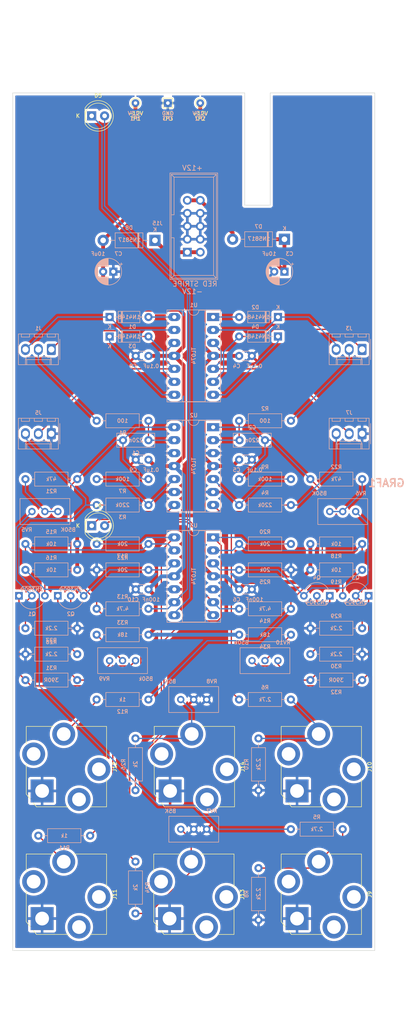
<source format=kicad_pcb>
(kicad_pcb (version 20211014) (generator pcbnew)
  (layers (0 "F.Cu" signal) (31 "B.Cu" signal) (34 "B.Paste" user) (35 "F.Paste" user) (36 "B.SilkS" user "B.Silkscreen") (37 "F.SilkS" user "F.Silkscreen") (38 "B.Mask" user) (39 "F.Mask" user) (44 "Edge.Cuts" user))
  (net 0 "")
  (net 1 "GND")
  (net 2 "+12V")
  (net 3 "-12V")
  (net 4 "/+12_IN")
  (net 5 "/-12_IN")
  (net 6 "Net-(C1-Pad2)")
  (net 7 "Net-(C1-Pad1)")
  (net 8 "Net-(D1-Pad2)")
  (net 9 "Net-(C2-Pad1)")
  (net 10 "Net-(C2-Pad2)")
  (net 11 "Net-(D3-Pad1)")
  (net 12 "Net-(Q1-Pad1)")
  (net 13 "Net-(Q1-Pad3)")
  (net 14 "Net-(Q1-Pad2)")
  (net 15 "SHPOTCW")
  (net 16 "SHPOTCCW")
  (net 17 "Net-(D4-Pad1)")
  (net 18 "Net-(R17-Pad1)")
  (net 19 "/SQPULSE")
  (net 20 "/TRIRAMP")
  (net 21 "/SINE")
  (net 22 "Net-(D2-Pad2)")
  (net 23 "SHPOTW")
  (net 24 "FRPOTW")
  (net 25 "FRPOTCW")
  (net 26 "Net-(Q2-Pad2)")
  (net 27 "Net-(Q2-Pad3)")
  (net 28 "Net-(Q2-Pad1)")
  (net 29 "Net-(Q3-Pad2)")
  (net 30 "Net-(Q3-Pad3)")
  (net 31 "Net-(Q3-Pad1)")
  (net 32 "Net-(Q4-Pad2)")
  (net 33 "Net-(Q4-Pad3)")
  (net 34 "Net-(Q4-Pad1)")
  (net 35 "Net-(R3-Pad2)")
  (net 36 "Net-(R4-Pad2)")
  (net 37 "Net-(R20-Pad1)")
  (net 38 "/SINE_ROUND")
  (net 39 "/SINE_SYM")
  (net 40 "Net-(D5-Pad1)")
  (net 41 "Net-(D5-Pad2)")
  (net 42 "Net-(D6-Pad1)")
  (net 43 "Net-(D6-Pad2)")
  (net 44 "SHPOTCW_A")
  (net 45 "SHPOTCCW_A")
  (net 46 "SHPOTW_A")
  (net 47 "FRPOTW_A")
  (net 48 "FRPOTCW_A")
  (net 49 "/SQPULSE_A")
  (net 50 "/TRIRAMP_A")
  (net 51 "/SINE_A")
  (net 52 "/SINE_ROUND_A")
  (net 53 "/SINE_SYM_A")
  (footprint "ao_tht:LED_D5.0mm" (layer "F.Cu") (at 79.985 117.785)
    (fp_text reference "D6")
    (fp_text value "LED_Dual_2pin")
  )
  (footprint "ao_tht:LED_D5.0mm" (layer "F.Cu") (at 79.975 37.5)
    (fp_text reference "D5")
    (fp_text value "LED_Dual_2pin")
  )
  (footprint "ao_tht:Jack_6.35mm_PJ_629HAN" (layer "F.Cu") (at 100.1 165 -90)
    (fp_text reference "J14")
    (fp_text value "AudioJack2")
  )
  (footprint "ao_tht:Jack_6.35mm_PJ_629HAN" (layer "F.Cu") (at 125 165 -90)
    (fp_text reference "J10")
    (fp_text value "AudioJack2")
  )
  (footprint "ao_tht:Jack_6.35mm_PJ_629HAN" (layer "F.Cu") (at 75 190 -90)
    (fp_text reference "J11")
    (fp_text value "AudioJack2")
  )
  (footprint "ao_tht:TestPoint_THTPad_D1.5mm_Drill0.7mm" (layer "F.Cu") (at 101.27 34.99 180)
    (fp_text reference "TP2")
    (fp_text value "+12V")
  )
  (footprint "ao_tht:TestPoint_THTPad_D1.5mm_Drill0.7mm" (layer "F.Cu") (at 88.57 34.99 180)
    (fp_text reference "TP1")
    (fp_text value "-12V")
  )
  (footprint "ao_tht:TestPoint_THTPad_1.5x1.5mm_Drill0.7mm" (layer "F.Cu") (at 94.92 34.99 180)
    (fp_text reference "TP3")
    (fp_text value "GND")
  )
  (footprint "ao_tht:Jack_6.35mm_PJ_629HAN" (layer "F.Cu") (at 75 165 -90)
    (fp_text reference "J12")
    (fp_text value "AudioJack2")
  )
  (footprint "kdlfo:kdlfo_panel_holes" (layer "F.Cu") (at 100 115)
    (fp_text reference "GRAF1")
    (fp_text value "Holes" hide)
  )
  (footprint "ao_tht:Jack_6.35mm_PJ_629HAN" (layer "F.Cu") (at 100 190 -90)
    (fp_text reference "J13")
    (fp_text value "AudioJack2")
  )
  (footprint "ao_tht:Jack_6.35mm_PJ_629HAN" (layer "F.Cu") (at 125 190 -90)
    (fp_text reference "J9")
    (fp_text value "AudioJack2")
  )
  (footprint "ao_tht:R_Axial_DIN0207_L6.3mm_D2.5mm_P10.16mm_Horizontal" (layer "B.Cu") (at 122.87 126.435)
    (fp_text reference "R19")
    (fp_text value "10k")
  )
  (footprint "ao_tht:Molex_KK-254_AE-6410-03A_1x03_P2.54mm_Vertical" (layer "B.Cu") (at 72.07 99.765 180)
    (fp_text reference "J5")
    (fp_text value "3_pin_Molex_header")
  )
  (footprint "ao_tht:Potentiometer_Bourns_3296W_Vertical_standard" (layer "B.Cu") (at 97.45 151.83 180)
    (fp_text reference "RV8")
    (fp_text value "B5K")
  )
  (footprint "ao_tht:R_Axial_DIN0207_L6.3mm_D2.5mm_P10.16mm_Horizontal" (layer "B.Cu") (at 119.06 97.225 180)
    (fp_text reference "R2")
    (fp_text value "100")
  )
  (footprint "ao_tht:R_Axial_DIN0207_L6.3mm_D2.5mm_P10.16mm_Horizontal" (layer "B.Cu") (at 119.06 108.655 180)
    (fp_text reference "R9")
    (fp_text value "100k")
  )
  (footprint "ao_tht:R_Axial_DIN0207_L6.3mm_D2.5mm_P10.16mm_Horizontal" (layer "B.Cu") (at 129.21 177.23 180)
    (fp_text reference "R5")
    (fp_text value "2.7k")
  )
  (footprint "ao_tht:R_Axial_DIN0207_L6.3mm_D2.5mm_P10.16mm_Horizontal" (layer "B.Cu") (at 91.12 126.435 180)
    (fp_text reference "R23")
    (fp_text value "20k")
  )
  (footprint "ao_tht:R_Axial_DIN0207_L6.3mm_D2.5mm_P10.16mm_Horizontal" (layer "B.Cu") (at 80.96 113.735)
    (fp_text reference "R3")
    (fp_text value "220k")
  )
  (footprint "ao_tht:TO-92_Inline_Wide" (layer "B.Cu") (at 126.68 131.515 180)
    (fp_text reference "Q4")
    (fp_text value "2N3904")
  )
  (footprint "ao_tht:D_DO-41_SOD81_P10.16mm_Horizontal" (layer "B.Cu") (at 92.39 61.885 180)
    (fp_text reference "D8")
    (fp_text value "1N5817")
  )
  (footprint "ao_tht:R_Axial_DIN0207_L6.3mm_D2.5mm_P10.16mm_Horizontal" (layer "B.Cu") (at 108.9 139.135)
    (fp_text reference "R34")
    (fp_text value "18k")
  )
  (footprint "ao_tht:TO-92_Inline_Wide" (layer "B.Cu") (at 65.72 131.515)
    (fp_text reference "Q1")
    (fp_text value "2N3904")
  )
  (footprint "ao_tht:C_Disc_D3.0mm_W1.6mm_P2.50mm" (layer "B.Cu") (at 88.62 84.525)
    (fp_text reference "C8")
    (fp_text value "0.1uF")
  )
  (footprint "ao_tht:R_Axial_DIN0207_L6.3mm_D2.5mm_P10.16mm_Horizontal" (layer "B.Cu") (at 80.96 108.655)
    (fp_text reference "R7")
    (fp_text value "100k")
  )
  (footprint "ao_tht:Potentiometer_Bourns_3296W_Vertical_standard" (layer "B.Cu") (at 126.68 115.005 180)
    (fp_text reference "RV6")
    (fp_text value "B50K")
  )
  (footprint "ao_tht:C_Rect_L7.2mm_W2.5mm_P5.00mm_FKS2_FKP2_MKS2_MKP2" (layer "B.Cu") (at 86.12 101.035)
    (fp_text reference "C1")
    (fp_text value "220n")
  )
  (footprint "ao_tht:R_Axial_DIN0207_L6.3mm_D2.5mm_P10.16mm_Horizontal" (layer "B.Cu") (at 108.9 134.055)
    (fp_text reference "R14")
    (fp_text value "4.7k")
  )
  (footprint "ao_tht:Potentiometer_Bourns_3296W_Vertical_standard" (layer "B.Cu") (at 88.58 144.215)
    (fp_text reference "RV9")
    (fp_text value "B50k")
  )
  (footprint "ao_tht:R_Axial_DIN0207_L6.3mm_D2.5mm_P10.16mm_Horizontal" (layer "B.Cu") (at 66.99 137.865)
    (fp_text reference "R27")
    (fp_text value "2.2k")
  )
  (footprint "ao_tht:C_Disc_D3.0mm_W1.6mm_P2.50mm" (layer "B.Cu") (at 108.9 104.845)
    (fp_text reference "C5")
    (fp_text value "0.1uF")
  )
  (footprint "ao_tht:DIP-14_W7.62mm_Socket_LongPads" (layer "B.Cu") (at 103.81 76.9 180)
    (fp_text reference "U1")
    (fp_text value "TL074")
  )
  (footprint "ao_tht:CP_Radial_D5.0mm_P2.00mm" (layer "B.Cu") (at 117.79 68.015 180)
    (fp_text reference "C3")
    (fp_text value "10uF")
  )
  (footprint "ao_tht:Potentiometer_Bourns_3296W_Vertical_standard" (layer "B.Cu") (at 111.43 144.215 180)
    (fp_text reference "RV10")
    (fp_text value "B50k")
  )
  (footprint "ao_tht:CP_Radial_D5.0mm_P2.00mm" (layer "B.Cu") (at 84.23 68.015 180)
    (fp_text reference "C7")
    (fp_text value "10uF")
  )
  (footprint "ao_tht:R_Axial_DIN0207_L6.3mm_D2.5mm_P10.16mm_Horizontal" (layer "B.Cu") (at 119.06 113.735 180)
    (fp_text reference "R4")
    (fp_text value "220k")
  )
  (footprint "ao_tht:R_Axial_DIN0207_L6.3mm_D2.5mm_P10.16mm_Horizontal" (layer "B.Cu") (at 108.9 126.435)
    (fp_text reference "R25")
    (fp_text value "20k")
  )
  (footprint "ao_tht:TO-92_Inline_Wide" (layer "B.Cu") (at 134.3 131.515 180)
    (fp_text reference "Q3")
    (fp_text value "2N3904")
  )
  (footprint "ao_tht:DIP-14_W7.62mm_Socket_LongPads" (layer "B.Cu") (at 103.81 98.49 180)
    (fp_text reference "U2")
    (fp_text value "TL074")
  )
  (footprint "ao_tht:C_Disc_D3.0mm_W1.6mm_P2.50mm" (layer "B.Cu") (at 108.9 130.245)
    (fp_text reference "C6")
    (fp_text value "100nF")
  )
  (footprint "ao_tht:C_Rect_L7.2mm_W2.5mm_P5.00mm_FKS2_FKP2_MKS2_MKP2" (layer "B.Cu") (at 113.98 101.035 180)
    (fp_text reference "C2")
    (fp_text value "220n")
  )
  (footprint "ao_tht:D_DO-35_SOD27_P7.62mm_Horizontal" (layer "B.Cu") (at 116.52 80.715 180)
    (fp_text reference "D4")
    (fp_text value "1N4148")
  )
  (footprint "ao_tht:R_Axial_DIN0207_L6.3mm_D2.5mm_P10.16mm_Horizontal" (layer "B.Cu") (at 91.12 134.055 180)
    (fp_text reference "R13")
    (fp_text value "4.7k")
  )
  (footprint "ao_tht:R_Axial_DIN0207_L6.3mm_D2.5mm_P10.16mm_Horizontal" (layer "B.Cu") (at 88.57 159.45 -90)
    (fp_text reference "R26")
    (fp_text value "2k")
  )
  (footprint "ao_tht:Molex_KK-254_AE-6410-03A_1x03_P2.54mm_Vertical" (layer "B.Cu") (at 133.02 83.25 180)
    (fp_text reference "J3")
    (fp_text value "3_pin_Molex_header")
  )
  (footprint "ao_tht:Power_Header" (layer "B.Cu") (at 98.74 64.205)
    (fp_text reference "J15")
    (fp_text value "Synth_power_2x5")
  )
  (footprint "ao_tht:R_Axial_DIN0207_L6.3mm_D2.5mm_P10.16mm_Horizontal" (layer "B.Cu") (at 122.87 121.355)
    (fp_text reference "R18")
    (fp_text value "10k")
  )
  (footprint "ao_tht:Molex_KK-254_AE-6410-03A_1x03_P2.54mm_Vertical" (layer "B.Cu") (at 133.02 99.76 180)
    (fp_text reference "J7")
    (fp_text value "3_pin_Molex_header")
  )
  (footprint "ao_tht:C_Disc_D3.0mm_W1.6mm_P2.50mm" (layer "B.Cu") (at 88.62 130.245)
    (fp_text reference "C10")
    (fp_text value "100nF")
  )
  (footprint "ao_tht:D_DO-35_SOD27_P7.62mm_Horizontal" (layer "B.Cu") (at 116.52 76.905 180)
    (fp_text reference "D2")
    (fp_text value "1N4148")
  )
  (footprint "ao_tht:D_DO-41_SOD81_P10.16mm_Horizontal" (layer "B.Cu") (at 117.79 61.665 180)
    (fp_text reference "D7")
    (fp_text value "1N5817")
  )
  (footprint "ao_tht:R_Axial_DIN0207_L6.3mm_D2.5mm_P10.16mm_Horizontal" (layer "B.Cu") (at 77.15 126.435 180)
    (fp_text reference "R16")
    (fp_text value "10k")
  )
  (footprint "ao_tht:R_Axial_DIN0207_L6.3mm_D2.5mm_P10.16mm_Horizontal" (layer "B.Cu") (at 80.96 121.355)
    (fp_text reference "R17")
    (fp_text value "20k")
  )
  (footprint "ao_tht:R_Axial_DIN0207_L6.3mm_D2.5mm_P10.16mm_Horizontal" (layer "B.Cu") (at 77.15 148.025 180)
    (fp_text reference "R31")
    (fp_text value "390R")
  )
  (footprint "ao_tht:R_Axial_DIN0207_L6.3mm_D2.5mm_P10.16mm_Horizontal" (layer "B.Cu") (at 69.52 178.5)
    (fp_text reference "R11")
    (fp_text value "1k")
  )
  (footprint "ao_tht:R_Axial_DIN0207_L6.3mm_D2.5mm_P10.16mm_Horizontal" (layer "B.Cu") (at 122.87 142.945)
    (fp_text reference "R30")
    (fp_text value "2.2k")
  )
  (footprint "ao_tht:C_Disc_D3.0mm_W1.6mm_P2.50mm" (layer "B.Cu") (at 108.9 84.525)
    (fp_text reference "C4")
    (fp_text value "0.1uF")
  )
  (footprint "ao_tht:R_Axial_DIN0207_L6.3mm_D2.5mm_P10.16mm_Horizontal" (layer "B.Cu") (at 133.03 137.865 180)
    (fp_text reference "R29")
    (fp_text value "2.2k")
  )
  (footprint "ao_tht:DIP-14_W7.62mm_Socket_LongPads" (layer "B.Cu") (at 103.81 120.08 180)
    (fp_text reference "U3")
    (fp_text value "TL074")
  )
  (footprint "ao_tht:R_Axial_DIN0207_L6.3mm_D2.5mm_P10.16mm_Horizontal" (layer "B.Cu") (at 112.7 184.85 -90)
    (fp_text reference "R8")
    (fp_text value "2.2k")
  )
  (footprint "ao_tht:R_Axial_DIN0207_L6.3mm_D2.5mm_P10.16mm_Horizontal" (layer "B.Cu") (at 133.03 108.655 180)
    (fp_text reference "R22")
    (fp_text value "47k")
  )
  (footprint "ao_tht:Potentiometer_Bourns_3296W_Vertical_standard" (layer "B.Cu") (at 97.46 177.23 180)
    (fp_text reference "RV7")
    (fp_text value "B5K")
  )
  (footprint "ao_tht:R_Axial_DIN0207_L6.3mm_D2.5mm_P10.16mm_Horizontal" (layer "B.Cu") (at 122.87 148.025)
    (fp_text reference "R32")
    (fp_text value "390R")
  )
  (footprint "ao_tht:Molex_KK-254_AE-6410-03A_1x03_P2.54mm_Vertical" (layer "B.Cu") (at 72.07 83.255 180)
    (fp_text reference "J1")
    (fp_text value "3_pin_Molex_header")
  )
  (footprint "ao_tht:D_DO-35_SOD27_P7.62mm_Horizontal" (layer "B.Cu") (at 83.5 76.905)
    (fp_text reference "D1")
    (fp_text value "1N4148")
  )
  (footprint "ao_tht:R_Axial_DIN0207_L6.3mm_D2.5mm_P10.16mm_Horizontal" (layer "B.Cu") (at 112.7 159.45 -90)
    (fp_text reference "R10")
    (fp_text value "2.2k")
  )
  (footprint "ao_tht:R_Axial_DIN0207_L6.3mm_D2.5mm_P10.16mm_Horizontal" (layer "B.Cu") (at 119.06 121.355 180)
    (fp_text reference "R20")
    (fp_text value "20k")
  )
  (footprint "ao_tht:R_Axial_DIN0207_L6.3mm_D2.5mm_P10.16mm_Horizontal" (layer "B.Cu") (at 80.96 97.225)
    (fp_text reference "R1")
    (fp_text value "100")
  )
  (footprint "ao_tht:D_DO-35_SOD27_P7.62mm_Horizontal" (layer "B.Cu") (at 83.5 80.715)
    (fp_text reference "D3")
    (fp_text value "1N4148")
  )
  (footprint "ao_tht:R_Axial_DIN0207_L6.3mm_D2.5mm_P10.16mm_Horizontal" (layer "B.Cu") (at 77.15 121.355 180)
    (fp_text reference "R15")
    (fp_text value "10k")
  )
  (footprint "ao_tht:R_Axial_DIN0207_L6.3mm_D2.5mm_P10.16mm_Horizontal" (layer "B.Cu") (at 91.12 139.135 180)
    (fp_text reference "R33")
    (fp_text value "18k")
  )
  (footprint "ao_tht:TO-92_Inline_Wide" (layer "B.Cu") (at 73.34 131.515)
    (fp_text reference "Q2")
    (fp_text value "2N3904")
  )
  (footprint "ao_tht:R_Axial_DIN0207_L6.3mm_D2.5mm_P10.16mm_Horizontal" (layer "B.Cu") (at 119.05 151.83 180)
    (fp_text reference "R6")
    (fp_text value "2.7k")
  )
  (footprint "ao_tht:R_Axial_DIN0207_L6.3mm_D2.5mm_P10.16mm_Horizontal" (layer "B.Cu") (at 80.95 151.83)
    (fp_text reference "R12")
    (fp_text value "1k")
  )
  (footprint "ao_tht:Potentiometer_Bourns_3296W_Vertical_standard" (layer "B.Cu") (at 73.35 115.005)
    (fp_text reference "RV5")
    (fp_text value "B50K")
  )
  (footprint "ao_tht:R_Axial_DIN0207_L6.3mm_D2.5mm_P10.16mm_Horizontal" (layer "B.Cu") (at 66.99 108.655)
    (fp_text reference "R21")
    (fp_text value "47k")
  )
  (footprint "ao_tht:C_Disc_D3.0mm_W1.6mm_P2.50mm" (layer "B.Cu") (at 88.62 104.845)
    (fp_text reference "C9")
    (fp_text value "0.1uF")
  )
  (footprint "ao_tht:R_Axial_DIN0207_L6.3mm_D2.5mm_P10.16mm_Horizontal" (layer "B.Cu") (at 88.57 193.74 90)
    (fp_text reference "R24")
    (fp_text value "2k")
  )
  (footprint "ao_tht:R_Axial_DIN0207_L6.3mm_D2.5mm_P10.16mm_Horizontal" (layer "B.Cu") (at 77.15 142.945 180)
    (fp_text reference "R28")
    (fp_text value "2.2k")
  )
  (gr_line (start 64.5 33) (end 110 33) (layer "Edge.Cuts") (width 0.1))
  (gr_line (start 64.5 201) (end 64.5 33) (layer "Edge.Cuts") (width 0.1))
  (gr_line (start 115 55) (end 115 33) (layer "Edge.Cuts") (width 0.1))
  (gr_line (start 135.5 201) (end 64.5 201) (layer "Edge.Cuts") (width 0.1))
  (gr_line (start 115 33) (end 135.5 33) (layer "Edge.Cuts") (width 0.1))
  (gr_line (start 110 55) (end 115 55) (layer "Edge.Cuts") (width 0.1))
  (gr_line (start 135.5 33) (end 135.5 201) (layer "Edge.Cuts") (width 0.1))
  (gr_line (start 110 33) (end 110 55) (layer "Edge.Cuts") (width 0.1))
  (segment (start 117.79 68.015) (end 117.79 68.000436) (width 0.75) (layer "F.Cu") (net 2))
  (segment (start 101.98548 117.47452) (end 101.98548 125.87548) (width 0.75) (layer "F.Cu") (net 2))
  (segment (start 117.79 61.665) (end 117.79 68.015) (width 0.75) (layer "F.Cu") (net 2))
  (segment (start 101.27 50.23) (end 101.27 34.99) (width 0.75) (layer "F.Cu") (net 2))
  (segment (start 103.81 84.52) (end 101.98548 86.34452) (width 0.75) (layer "F.Cu") (net 2))
  (segment (start 122.87 126.435) (end 122.87 121.355) (width 0.75) (layer "F.Cu") (net 2))
  (segment (start 101.98548 82.69548) (end 103.81 84.52) (width 0.75) (layer "F.Cu") (net 2))
  (segment (start 110.324511 128.820489) (end 108.9 130.245) (width 0.75) (layer "F.Cu") (net 2))
  (segment (start 108.895 84.52) (end 108.9 84.525) (width 0.75) (layer "F.Cu") (net 2))
  (segment (start 103.81 106.11) (end 107.635 106.11) (width 0.75) (layer "F.Cu") (net 2))
  (segment (start 77.15 117.570978) (end 78.953978 115.767) (width 0.75) (layer "F.Cu") (net 2))
  (segment (start 101.98548 104.28548) (end 103.81 106.11) (width 0.75) (layer "F.Cu") (net 2))
  (segment (start 101.98548 107.93452) (end 101.98548 115.06152) (width 0.75) (layer "F.Cu") (net 2))
  (segment (start 101.98548 86.34452) (end 101.98548 104.28548) (width 0.75) (layer "F.Cu") (net 2))
  (segment (start 77.15 126.435) (end 77.15 122.625) (width 0.75) (layer "F.Cu") (net 2))
  (segment (start 120.484511 128.820489) (end 110.324511 128.820489) (width 0.75) (layer "F.Cu") (net 2))
  (segment (start 107.635 106.11) (end 108.9 104.845) (width 0.75) (layer "F.Cu") (net 2))
  (segment (start 112.705 61.665) (end 101.27 50.23) (width 0.75) (layer "F.Cu") (net 2))
  (segment (start 101.28 115.767) (end 101.98548 115.06152) (width 0.75) (layer "F.Cu") (net 2))
  (segment (start 103.81 106.11) (end 101.98548 107.93452) (width 0.75) (layer "F.Cu") (net 2))
  (segment (start 110.870489 66.590489) (end 101.98548 75.475498) (width 0.75) (layer "F.Cu") (net 2))
  (segment (start 103.81 84.52) (end 108.895 84.52) (width 0.75) (layer "F.Cu") (net 2))
  (segment (start 117.79 68.000436) (end 116.380053 66.590489) (width 0.75) (layer "F.Cu") (net 2))
  (segment (start 101.98548 116.98048) (end 101.98548 117.47452) (width 0.75) (layer "F.Cu") (net 2))
  (segment (start 122.87 126.435) (end 120.484511 128.820489) (width 0.75) (layer "F.Cu") (net 2))
  (segment (start 101.98548 125.87548) (end 103.81 127.7) (width 0.75) (layer "F.Cu") (net 2))
  (segment (start 117.79 61.665) (end 112.705 61.665) (width 0.75) (layer "F.Cu") (net 2))
  (segment (start 77.15 122.625) (end 77.15 117.570978) (width 0.75) (layer "F.Cu") (net 2))
  (segment (start 101.98548 115.06152) (end 101.98548 116.98048) (width 0.75) (layer "F.Cu") (net 2))
  (segment (start 116.380053 66.590489) (end 110.870489 66.590489) (width 0.75) (layer "F.Cu") (net 2))
  (segment (start 78.953978 115.767) (end 101.28 115.767) (width 0.75) (layer "F.Cu") (net 2))
  (segment (start 101.98548 75.475498) (end 101.98548 82.69548) (width 0.75) (layer "F.Cu") (net 2))
  (segment (start 103.81 127.7) (end 106.355 127.7) (width 0.75) (layer "B.Cu") (net 2))
  (segment (start 106.355 127.7) (end 108.9 130.245) (width 0.75) (layer "B.Cu") (net 2))
  (segment (start 97.180055 75.47548) (end 98.01452 76.309945) (width 0.75) (layer "F.Cu") (net 3))
  (segment (start 82.23 61.885) (end 88.57 55.545) (width 0.75) (layer "F.Cu") (net 3))
  (segment (start 98.01452 86.34452) (end 98.01452 104.28548) (width 0.75) (layer "F.Cu") (net 3))
  (segment (start 91.125 84.52) (end 91.12 84.525) (width 0.75) (layer "F.Cu") (net 3))
  (segment (start 98.01452 76.309945) (end 98.01452 82.69548) (width 0.75) (layer "F.Cu") (net 3))
  (segment (start 88.57 55.545) (end 88.57 34.99) (width 0.75) (layer "F.Cu") (net 3))
  (segment (start 96.19 106.11) (end 92.385 106.11) (width 0.75) (layer "F.Cu") (net 3))
  (segment (start 92.544511 137.710489) (end 92.544511 131.669511) (width 0.75) (layer "F.Cu") (net 3))
  (segment (start 98.01452 104.28548) (end 96.19 106.11) (width 0.75) (layer "F.Cu") (net 3))
  (segment (start 98.01452 82.69548) (end 96.19 84.52) (width 0.75) (layer "F.Cu") (net 3))
  (segment (start 82.23 68.015) (end 82.23 69.14637) (width 0.75) (layer "F.Cu") (net 3))
  (segment (start 88.55911 75.47548) (end 97.180055 75.47548) (width 0.75) (layer "F.Cu") (net 3))
  (segment (start 82.23 69.14637) (end 88.55911 75.47548) (width 0.75) (layer "F.Cu") (net 3))
  (segment (start 96.19 84.52) (end 91.125 84.52) (width 0.75) (layer "F.Cu") (net 3))
  (segment (start 92.385 106.11) (end 91.12 104.845) (width 0.75) (layer "F.Cu") (net 3))
  (segment (start 92.544511 131.669511) (end 91.12 130.245) (width 0.75) (layer "F.Cu") (net 3))
  (segment (start 96.19 84.52) (end 98.01452 86.34452) (width 0.75) (layer "F.Cu") (net 3))
  (segment (start 91.12 139.135) (end 92.544511 137.710489) (width 0.75) (layer "F.Cu") (net 3))
  (segment (start 82.23 61.885) (end 82.23 68.015) (width 0.75) (layer "F.Cu") (net 3))
  (segment (start 98.01452 125.87548) (end 96.19 127.7) (width 0.75) (layer "B.Cu") (net 3))
  (segment (start 91.12 139.135) (end 108.9 139.135) (width 0.75) (layer "B.Cu") (net 3))
  (segment (start 98.01452 107.93452) (end 98.01452 125.87548) (width 0.75) (layer "B.Cu") (net 3))
  (segment (start 93.665 127.7) (end 91.12 130.245) (width 0.75) (layer "B.Cu") (net 3))
  (segment (start 96.19 127.7) (end 93.665 127.7) (width 0.75) (layer "B.Cu") (net 3))
  (segment (start 96.19 106.11) (end 98.01452 107.93452) (width 0.75) (layer "B.Cu") (net 3))
  (segment (start 107.63 60.395) (end 107.63 61.665) (width 0.75) (layer "F.Cu") (net 4))
  (segment (start 101.28 54.045) (end 107.63 60.395) (width 0.75) (layer "F.Cu") (net 4))
  (segment (start 98.74 54.045) (end 101.28 54.045) (width 0.75) (layer "F.Cu") (net 4))
  (segment (start 94.71 64.205) (end 92.39 61.885) (width 0.75) (layer "F.Cu") (net 5))
  (segment (start 101.28 64.205) (end 98.74 64.205) (width 0.75) (layer "F.Cu") (net 5))
  (segment (start 98.74 64.205) (end 94.71 64.205) (width 0.75) (layer "F.Cu") (net 5))
  (segment (start 91.12 97.225) (end 91.12 101.035) (width 0.25) (layer "F.Cu") (net 6))
  (segment (start 91.12 101.035) (end 96.185 101.035) (width 0.25) (layer "B.Cu") (net 6))
  (segment (start 96.185 101.035) (end 96.19 101.03) (width 0.25) (layer "B.Cu") (net 6))
  (segment (start 75.88 127.455411) (end 80.96 132.535411) (width 0.25) (layer "F.Cu") (net 7))
  (segment (start 89.624511 142.719511) (end 89.624511 148.485558) (width 0.25) (layer "F.Cu") (net 7))
  (segment (start 77.15 108.655) (end 75.88 109.925) (width 0.25) (layer "F.Cu") (net 7))
  (segment (start 80.96 132.535411) (end 80.96 134.055) (width 0.25) (layer "F.Cu") (net 7))
  (segment (start 84.125 153.985069) (end 84.125 174.055) (width 0.25) (layer "F.Cu") (net 7))
  (segment (start 80.96 134.055) (end 89.624511 142.719511) (width 0.25) (layer "F.Cu") (net 7))
  (segment (start 84.125 174.055) (end 79.68 178.5) (width 0.25) (layer "F.Cu") (net 7))
  (segment (start 75.88 109.925) (end 75.88 127.455411) (width 0.25) (layer "F.Cu") (net 7))
  (segment (start 89.624511 148.485558) (end 84.125 153.985069) (width 0.25) (layer "F.Cu") (net 7))
  (segment (start 89.98863 108.655) (end 91.12 108.655) (width 0.25) (layer "B.Cu") (net 7))
  (segment (start 88.665 98.49) (end 86.12 101.035) (width 0.25) (layer "B.Cu") (net 7))
  (segment (start 86.12 104.78637) (end 89.98863 108.655) (width 0.25) (layer "B.Cu") (net 7))
  (segment (start 96.19 98.49) (end 88.665 98.49) (width 0.25) (layer "B.Cu") (net 7))
  (segment (start 86.12 101.035) (end 84.77 101.035) (width 0.25) (layer "B.Cu") (net 7))
  (segment (start 84.77 101.035) (end 77.15 108.655) (width 0.25) (layer "B.Cu") (net 7))
  (segment (start 86.12 101.035) (end 86.12 104.78637) (width 0.25) (layer "B.Cu") (net 7))
  (segment (start 96.185 76.905) (end 96.19 76.9) (width 0.25) (layer "B.Cu") (net 8))
  (segment (start 91.12 76.905) (end 96.185 76.905) (width 0.25) (layer "B.Cu") (net 8))
  (segment (start 125.214511 110.999511) (end 125.214511 126.376489) (width 0.25) (layer "F.Cu") (net 9))
  (segment (start 119.06 132.531) (end 119.06 134.055) (width 0.25) (layer "F.Cu") (net 9))
  (segment (start 125.214511 126.376489) (end 119.06 132.531) (width 0.25) (layer "F.Cu") (net 9))
  (segment (start 122.87 108.655) (end 125.214511 110.999511) (width 0.25) (layer "F.Cu") (net 9))
  (segment (start 113.98 101.035) (end 115.25 101.035) (width 0.25) (layer "B.Cu") (net 9))
  (segment (start 109.1803 108.655) (end 108.9 108.655) (width 0.25) (layer "B.Cu") (net 9))
  (segment (start 112.805489 140.309511) (end 119.06 134.055) (width 0.25) (layer "B.Cu") (net 9))
  (segment (start 103.81 98.49) (end 111.435 98.49) (width 0.25) (layer "B.Cu") (net 9))
  (segment (start 113.98 101.035) (end 113.98 103.8553) (width 0.25) (layer "B.Cu") (net 9))
  (segment (start 115.25 101.035) (end 122.87 108.655) (width 0.25) (layer "B.Cu") (net 9))
  (segment (start 102.630489 140.309511) (end 112.805489 140.309511) (width 0.25) (layer "B.Cu") (net 9))
  (segment (start 91.11 151.83) (end 102.630489 140.309511) (width 0.25) (layer "B.Cu") (net 9))
  (segment (start 111.435 98.49) (end 113.98 101.035) (width 0.25) (layer "B.Cu") (net 9))
  (segment (start 113.98 103.8553) (end 109.1803 108.655) (width 0.25) (layer "B.Cu") (net 9))
  (segment (start 108.9 100.955) (end 108.98 101.035) (width 0.25) (layer "F.Cu") (net 10))
  (segment (start 108.9 97.225) (end 108.9 100.955) (width 0.25) (layer "F.Cu") (net 10))
  (segment (start 103.81 101.03) (end 108.975 101.03) (width 0.25) (layer "B.Cu") (net 10))
  (segment (start 108.975 101.03) (end 108.98 101.035) (width 0.25) (layer "B.Cu") (net 10))
  (segment (start 93.875 92.14) (end 96.19 92.14) (width 0.25) (layer "B.Cu") (net 11))
  (segment (start 83.5 81.765) (end 93.875 92.14) (width 0.25) (layer "B.Cu") (net 11))
  (segment (start 83.5 80.715) (end 83.5 81.765) (width 0.25) (layer "B.Cu") (net 11))
  (segment (start 65.72 146.755) (end 66.99 148.025) (width 0.25) (layer "F.Cu") (net 12))
  (segment (start 65.72 131.515) (end 65.72 146.755) (width 0.25) (layer "F.Cu") (net 12))
  (segment (start 87.535489 145.259511) (end 88.58 144.215) (width 0.25) (layer "F.Cu") (net 12))
  (segment (start 80.216489 149.149511) (end 84.106489 145.259511) (width 0.25) (layer "F.Cu") (net 12))
  (segment (start 68.114511 149.149511) (end 80.216489 149.149511) (width 0.25) (layer "F.Cu") (net 12))
  (segment (start 66.99 148.025) (end 68.114511 149.149511) (width 0.25) (layer "F.Cu") (net 12))
  (segment (start 84.106489 145.259511) (end 87.535489 145.259511) (width 0.25) (layer "F.Cu") (net 12))
  (segment (start 70.8 126.435) (end 70.8 131.515) (width 0.25) (layer "F.Cu") (net 13))
  (segment (start 66.99 121.355) (end 66.99 122.625) (width 0.25) (layer "F.Cu") (net 13))
  (segment (start 66.99 122.625) (end 70.8 126.435) (width 0.25) (layer "F.Cu") (net 13))
  (segment (start 68.164511 122.529511) (end 89.945489 122.529511) (width 0.25) (layer "B.Cu") (net 13))
  (segment (start 66.99 121.355) (end 68.164511 122.529511) (width 0.25) (layer "B.Cu") (net 13))
  (segment (start 94.925 121.355) (end 96.19 122.62) (width 0.25) (layer "B.Cu") (net 13))
  (segment (start 91.12 121.355) (end 94.925 121.355) (width 0.25) (layer "B.Cu") (net 13))
  (segment (start 89.945489 122.529511) (end 91.12 121.355) (width 0.25) (layer "B.Cu") (net 13))
  (segment (start 68.26 131.515) (end 66.99 132.785) (width 0.25) (layer "F.Cu") (net 14))
  (segment (start 66.99 132.785) (end 66.99 137.865) (width 0.25) (layer "F.Cu") (net 14))
  (segment (start 65.212 128.467) (end 68.26 131.515) (width 0.25) (layer "B.Cu") (net 14))
  (segment (start 65.212 118.063) (end 65.212 128.467) (width 0.25) (layer "B.Cu") (net 14))
  (segment (start 68.27 115.005) (end 65.212 118.063) (width 0.25) (layer "B.Cu") (net 14))
  (segment (start 86.035 79.44) (end 96.19 79.44) (width 0.25) (layer "B.Cu") (net 15))
  (segment (start 83.5 76.905) (end 86.035 79.44) (width 0.25) (layer "B.Cu") (net 15))
  (segment (start 66.99 83.255) (end 73.34 76.905) (width 0.25) (layer "B.Cu") (net 15))
  (segment (start 73.34 76.905) (end 83.5 76.905) (width 0.25) (layer "B.Cu") (net 15))
  (segment (start 84.788489 79.590489) (end 85.913 80.715) (width 0.25) (layer "F.Cu") (net 16))
  (segment (start 85.913 80.715) (end 91.12 80.715) (width 0.25) (layer "F.Cu") (net 16))
  (segment (start 75.734511 79.590489) (end 84.788489 79.590489) (width 0.25) (layer "F.Cu") (net 16))
  (segment (start 72.07 83.255) (end 75.734511 79.590489) (width 0.25) (layer "F.Cu") (net 16))
  (segment (start 91.12 80.715) (end 94.041 83.636) (width 0.25) (layer "B.Cu") (net 16))
  (segment (start 94.041 83.636) (end 94.041 87.451) (width 0.25) (layer "B.Cu") (net 16))
  (segment (start 94.041 87.451) (end 96.19 89.6) (width 0.25) (layer "B.Cu") (net 16))
  (segment (start 116.52 81.765) (end 106.145 92.14) (width 0.25) (layer "B.Cu") (net 17))
  (segment (start 106.145 92.14) (end 103.81 92.14) (width 0.25) (layer "B.Cu") (net 17))
  (segment (start 116.52 80.715) (end 116.52 81.765) (width 0.25) (layer "B.Cu") (net 17))
  (segment (start 96.19 120.08) (end 93.71849 122.55151) (width 0.25) (layer "F.Cu") (net 18))
  (segment (start 87.445489 182.455489) (end 88.57 183.58) (width 0.25) (layer "F.Cu") (net 18))
  (segment (start 93.65 158.273387) (end 87.445489 164.477898) (width 0.25) (layer "F.Cu") (net 18))
  (segment (start 87.445489 164.477898) (end 87.445489 182.455489) (width 0.25) (layer "F.Cu") (net 18))
  (segment (start 93.777 122.493) (end 93.65 122.62) (width 0.25) (layer "F.Cu") (net 18))
  (segment (start 93.65 122.62) (end 93.65 158.273387) (width 0.25) (layer "F.Cu") (net 18))
  (segment (start 90.739 120.085) (end 96.185 120.085) (width 0.25) (layer "B.Cu") (net 18))
  (segment (start 96.185 120.085) (end 96.19 120.08) (width 0.25) (layer "B.Cu") (net 18))
  (segment (start 89.469 121.355) (end 90.739 120.085) (width 0.25) (layer "B.Cu") (net 18))
  (segment (start 80.96 121.355) (end 89.469 121.355) (width 0.25) (layer "B.Cu") (net 18))
  (segment (start 123.25 184.85) (end 124.5 183.6) (width 0.25) (layer "F.Cu") (net 19))
  (segment (start 129.21 178.89) (end 129.21 177.23) (width 0.25) (layer "F.Cu") (net 19))
  (segment (start 124.5 183.6) (end 129.21 178.89) (width 0.25) (layer "F.Cu") (net 19))
  (segment (start 112.7 184.85) (end 123.25 184.85) (width 0.25) (layer "F.Cu") (net 19))
  (segment (start 74.5 183.48) (end 74.5 183.6) (width 0.25) (layer "F.Cu") (net 20))
  (segment (start 69.52 178.5) (end 74.5 183.48) (width 0.25) (layer "F.Cu") (net 20))
  (segment (start 99.5 185.477) (end 99.5 183.6) (width 0.25) (layer "F.Cu") (net 21))
  (segment (start 99.5 183.6) (end 99.5 179.27) (width 0.25) (layer "F.Cu") (net 21))
  (segment (start 99.5 179.27) (end 97.46 177.23) (width 0.25) (layer "F.Cu") (net 21))
  (segment (start 88.57 193.74) (end 91.237 193.74) (width 0.25) (layer "F.Cu") (net 21))
  (segment (start 91.237 193.74) (end 99.5 185.477) (width 0.25) (layer "F.Cu") (net 21))
  (segment (start 103.81 76.9) (end 108.895 76.9) (width 0.25) (layer "B.Cu") (net 22))
  (segment (start 108.895 76.9) (end 108.9 76.905) (width 0.25) (layer "B.Cu") (net 22))
  (segment (start 69.53 83.255) (end 69.53 85.795) (width 0.25) (layer "B.Cu") (net 23))
  (segment (start 69.53 85.795) (end 80.96 97.225) (width 0.25) (layer "B.Cu") (net 23))
  (segment (start 96.19 87.06) (end 82.235 87.06) (width 0.25) (layer "F.Cu") (net 24))
  (segment (start 82.235 87.06) (end 69.53 99.765) (width 0.25) (layer "F.Cu") (net 24))
  (segment (start 94.61548 85.48548) (end 96.19 87.06) (width 0.25) (layer "B.Cu") (net 24))
  (segment (start 94.61548 83.55452) (end 94.61548 85.48548) (width 0.25) (layer "B.Cu") (net 24))
  (segment (start 96.19 81.98) (end 94.61548 83.55452) (width 0.25) (layer "B.Cu") (net 24))
  (segment (start 94.915 115.005) (end 83.5 115.005) (width 0.25) (layer "F.Cu") (net 25))
  (segment (start 82.23 113.735) (end 80.96 113.735) (width 0.25) (layer "F.Cu") (net 25))
  (segment (start 96.19 113.73) (end 94.915 115.005) (width 0.25) (layer "F.Cu") (net 25))
  (segment (start 83.5 115.005) (end 82.23 113.735) (width 0.25) (layer "F.Cu") (net 25))
  (segment (start 67.752 116.402) (end 76.133 116.402) (width 0.25) (layer "B.Cu") (net 25))
  (segment (start 78.8 112.465) (end 78.8 113.735) (width 0.25) (layer "B.Cu") (net 25))
  (segment (start 69.647 131.129) (end 69.647 131.124) (width 0.25) (layer "B.Cu") (net 25))
  (segment (start 104.789091 177.23) (end 100.090091 172.531) (width 0.25) (layer "B.Cu") (net 25))
  (segment (start 80.96 113.735) (end 78.8 113.735) (width 0.25) (layer "B.Cu") (net 25))
  (segment (start 69.715489 149.165189) (end 69.715489 131.197489) (width 0.25) (layer "B.Cu") (net 25))
  (segment (start 100.090091 172.531) (end 93.0813 172.531) (width 0.25) (layer "B.Cu") (net 25))
  (segment (start 93.0813 172.531) (end 69.715489 149.165189) (width 0.25) (layer "B.Cu") (net 25))
  (segment (start 119.05 177.23) (end 104.789091 177.23) (width 0.25) (layer "B.Cu") (net 25))
  (segment (start 69.647 131.124) (end 65.72 127.197) (width 0.25) (layer "B.Cu") (net 25))
  (segment (start 66.99 99.765) (end 66.99 100.655) (width 0.25) (layer "B.Cu") (net 25))
  (segment (start 69.715489 131.197489) (end 69.647 131.129) (width 0.25) (layer "B.Cu") (net 25))
  (segment (start 66.99 100.655) (end 78.8 112.465) (width 0.25) (layer "B.Cu") (net 25))
  (segment (start 65.72 118.434) (end 67.752 116.402) (width 0.25) (layer "B.Cu") (net 25))
  (segment (start 76.133 116.402) (end 78.8 113.735) (width 0.25) (layer "B.Cu") (net 25))
  (segment (start 65.72 127.197) (end 65.72 118.434) (width 0.25) (layer "B.Cu") (net 25))
  (segment (start 75.88 141.675) (end 77.15 142.945) (width 0.25) (layer "F.Cu") (net 26))
  (segment (start 75.88 131.515) (end 75.88 141.675) (width 0.25) (layer "F.Cu") (net 26))
  (segment (start 77.15 130.245) (end 78.42 131.515) (width 0.25) (layer "B.Cu") (net 27))
  (segment (start 91.12 126.435) (end 94.915 126.435) (width 0.25) (layer "B.Cu") (net 27))
  (segment (start 66.99 126.435) (end 70.8 130.245) (width 0.25) (layer "B.Cu") (net 27))
  (segment (start 83.5 126.435) (end 91.12 126.435) (width 0.25) (layer "B.Cu") (net 27))
  (segment (start 94.915 126.435) (end 96.19 125.16) (width 0.25) (layer "B.Cu") (net 27))
  (segment (start 70.8 130.245) (end 77.15 130.245) (width 0.25) (layer "B.Cu") (net 27))
  (segment (start 78.42 131.515) (end 83.5 126.435) (width 0.25) (layer "B.Cu") (net 27))
  (segment (start 73.34 144.215) (end 77.15 148.025) (width 0.25) (layer "F.Cu") (net 28))
  (segment (start 77.15 148.025) (end 80.452 148.025) (width 0.25) (layer "F.Cu") (net 28))
  (segment (start 83.5 144.977) (end 83.5 144.215) (width 0.25) (layer "F.Cu") (net 28))
  (segment (start 80.452 148.025) (end 83.5 144.977) (width 0.25) (layer "F.Cu") (net 28))
  (segment (start 73.34 131.515) (end 73.34 144.215) (width 0.25) (layer "F.Cu") (net 28))
  (segment (start 133.03 132.785) (end 133.03 137.865) (width 0.25) (layer "F.Cu") (net 29))
  (segment (start 131.76 131.515) (end 133.03 132.785) (width 0.25) (layer "F.Cu") (net 29))
  (segment (start 134.154511 117.399511) (end 134.154511 129.120489) (width 0.25) (layer "B.Cu") (net 29))
  (segment (start 131.76 115.005) (end 134.154511 117.399511) (width 0.25) (layer "B.Cu") (net 29))
  (segment (start 134.154511 129.120489) (end 131.76 131.515) (width 0.25) (layer "B.Cu") (net 29))
  (segment (start 133.03 122.625) (end 129.22 126.435) (width 0.25) (layer "F.Cu") (net 30))
  (segment (start 133.03 121.355) (end 133.03 122.625) (width 0.25) (layer "F.Cu") (net 30))
  (segment (start 129.22 126.435) (end 129.22 131.515) (width 0.25) (layer "F.Cu") (net 30))
  (segment (start 110.17 122.625) (end 131.76 122.625) (width 0.25) (layer "B.Cu") (net 30))
  (segment (start 108.9 121.355) (end 110.17 122.625) (width 0.25) (layer "B.Cu") (net 30))
  (segment (start 131.76 122.625) (end 133.03 121.355) (width 0.25) (layer "B.Cu") (net 30))
  (segment (start 107.635 122.62) (end 108.9 121.355) (width 0.25) (layer "B.Cu") (net 30))
  (segment (start 103.81 122.62) (end 107.635 122.62) (width 0.25) (layer "B.Cu") (net 30))
  (segment (start 134.3 146.755) (end 133.03 148.025) (width 0.25) (layer "F.Cu") (net 31))
  (segment (start 134.3 131.515) (end 134.3 146.755) (width 0.25) (layer "F.Cu") (net 31))
  (segment (start 112.474511 145.259511) (end 115.786511 145.259511) (width 0.25) (layer "F.Cu") (net 31))
  (segment (start 131.905489 149.149511) (end 133.03 148.025) (width 0.25) (layer "F.Cu") (net 31))
  (segment (start 111.43 144.215) (end 112.474511 145.259511) (width 0.25) (layer "F.Cu") (net 31))
  (segment (start 115.786511 145.259511) (end 119.676511 149.149511) (width 0.25) (layer "F.Cu") (net 31))
  (segment (start 119.676511 149.149511) (end 131.905489 149.149511) (width 0.25) (layer "F.Cu") (net 31))
  (segment (start 124.14 131.515) (end 124.14 141.675) (width 0.25) (layer "F.Cu") (net 32))
  (segment (start 124.14 141.675) (end 122.87 142.945) (width 0.25) (layer "F.Cu") (net 32))
  (segment (start 133.03 126.435) (end 129.474 129.991) (width 0.25) (layer "B.Cu") (net 33))
  (segment (start 116.52 126.435) (end 121.6 131.515) (width 0.25) (layer "B.Cu") (net 33))
  (segment (start 129.474 129.991) (end 123.124 129.991) (width 0.25) (layer "B.Cu") (net 33))
  (segment (start 108.9 126.435) (end 116.52 126.435) (width 0.25) (layer "B.Cu") (net 33))
  (segment (start 108.9 126.435) (end 105.085 126.435) (width 0.25) (layer "B.Cu") (net 33))
  (segment (start 123.124 129.991) (end 121.6 131.515) (width 0.25) (layer "B.Cu") (net 33))
  (segment (start 105.085 126.435) (end 103.81 125.16) (width 0.25) (layer "B.Cu") (net 33))
  (segment (start 126.68 144.215) (end 122.87 148.025) (width 0.25) (layer "F.Cu") (net 34))
  (segment (start 116.51 144.215) (end 116.51 144.967) (width 0.25) (layer "F.Cu") (net 34))
  (segment (start 119.568 148.025) (end 122.87 148.025) (width 0.25) (layer "F.Cu") (net 34))
  (segment (start 116.51 144.967) (end 119.568 148.025) (width 0.25) (layer "F.Cu") (net 34))
  (segment (start 126.68 131.515) (end 126.68 144.215) (width 0.25) (layer "F.Cu") (net 34))
  (segment (start 91.105 113.72) (end 91.12 113.72) (width 0.25) (layer "B.Cu") (net 35))
  (segment (start 86.04 108.655) (end 91.105 113.72) (width 0.25) (layer "B.Cu") (net 35))
  (segment (start 91.12 113.72) (end 96.19 108.65) (width 0.25) (layer "B.Cu") (net 35))
  (segment (start 80.96 108.655) (end 86.04 108.655) (width 0.25) (layer "B.Cu") (net 35))
  (segment (start 113.98 108.655) (end 108.9 113.735) (width 0.25) (layer "B.Cu") (net 36))
  (segment (start 108.9 113.735) (end 108.895 113.735) (width 0.25) (layer "B.Cu") (net 36))
  (segment (start 119.06 108.655) (end 113.98 108.655) (width 0.25) (layer "B.Cu") (net 36))
  (segment (start 108.895 113.735) (end 103.81 108.65) (width 0.25) (layer "B.Cu") (net 36))
  (segment (start 105.38452 135.735791) (end 105.38452 121.65452) (width 0.25) (layer "F.Cu") (net 37))
  (segment (start 94.158 158.401091) (end 94.158 140.288) (width 0.25) (layer "F.Cu") (net 37))
  (segment (start 105.38452 121.65452) (end 103.81 120.08) (width 0.25) (layer "F.Cu") (net 37))
  (segment (start 104.675791 136.44452) (end 105.38452 135.735791) (width 0.25) (layer "F.Cu") (net 37))
  (segment (start 88.57 163.989091) (end 94.158 158.401091) (width 0.25) (layer "F.Cu") (net 37))
  (segment (start 98.00148 136.44452) (end 104.675791 136.44452) (width 0.25) (layer "F.Cu") (net 37))
  (segment (start 94.158 140.288) (end 98.00148 136.44452) (width 0.25) (layer "F.Cu") (net 37))
  (segment (start 88.57 169.61) (end 88.57 163.989091) (width 0.25) (layer "F.Cu") (net 37))
  (segment (start 109.276 120.08) (end 110.551 121.355) (width 0.25) (layer "B.Cu") (net 37))
  (segment (start 103.81 120.08) (end 109.276 120.08) (width 0.25) (layer "B.Cu") (net 37))
  (segment (start 110.551 121.355) (end 119.06 121.355) (width 0.25) (layer "B.Cu") (net 37))
  (segment (start 66.99 111.185) (end 70.81 115.005) (width 0.25) (layer "B.Cu") (net 38))
  (segment (start 66.99 108.655) (end 66.99 111.185) (width 0.25) (layer "B.Cu") (net 38))
  (segment (start 70.81 115.005) (end 73.35 115.005) (width 0.25) (layer "B.Cu") (net 38))
  (segment (start 86.04 144.215) (end 80.96 139.135) (width 0.25) (layer "F.Cu") (net 39))
  (segment (start 91.12 134.055) (end 94.915 134.055) (width 0.25) (layer "B.Cu") (net 40))
  (segment (start 96.19 132.78) (end 98.76404 130.20596) (width 0.25) (layer "B.Cu") (net 40))
  (segment (start 98.76404 130.20596) (end 98.76404 72.35704) (width 0.25) (layer "B.Cu") (net 40))
  (segment (start 82 55.593) (end 82 39.525) (width 0.25) (layer "B.Cu") (net 40))
  (segment (start 98.76404 72.35704) (end 82 55.593) (width 0.25) (layer "B.Cu") (net 40))
  (segment (start 94.915 134.055) (end 96.19 132.78) (width 0.25) (layer "B.Cu") (net 40))
  (segment (start 82 39.525) (end 79.975 37.5) (width 0.25) (layer "B.Cu") (net 40))
  (segment (start 99.213551 130.392153) (end 99.213551 71.842847) (width 0.25) (layer "B.Cu") (net 41))
  (segment (start 99.189511 130.416193) (end 99.213551 130.392153) (width 0.25) (layer "B.Cu") (net 41))
  (segment (start 96.19 135.32) (end 96.19 134.92) (width 0.25) (layer "B.Cu") (net 41))
  (segment (start 99.213551 71.842847) (end 82.515 55.144296) (width 0.25) (layer "B.Cu") (net 41))
  (segment (start 96.19 134.92) (end 99.189511 131.920489) (width 0.25) (layer "B.Cu") (net 41))
  (segment (start 99.189511 131.920489) (end 99.189511 130.416193) (width 0.25) (layer "B.Cu") (net 41))
  (segment (start 82.515 55.144296) (end 82.515 37.5) (width 0.25) (layer "B.Cu") (net 41))
  (segment (start 98.899193 116.560489) (end 101.153 118.814296) (width 0.25) (layer "F.Cu") (net 42))
  (segment (start 81.209511 116.560489) (end 98.899193 116.560489) (width 0.25) (layer "F.Cu") (net 42))
  (segment (start 101.153 130.123) (end 103.81 132.78) (width 0.25) (layer "F.Cu") (net 42))
  (segment (start 79.985 117.785) (end 81.209511 116.560489) (width 0.25) (layer "F.Cu") (net 42))
  (segment (start 101.153 118.814296) (end 101.153 130.123) (width 0.25) (layer "F.Cu") (net 42))
  (segment (start 108.9 134.055) (end 105.085 134.055) (width 0.25) (layer "B.Cu") (net 42))
  (segment (start 103.81 132.78) (end 104.577 132.78) (width 0.25) (layer "B.Cu") (net 42))
  (segment (start 105.085 134.055) (end 103.81 132.78) (width 0.25) (layer "B.Cu") (net 42))
  (segment (start 101.849352 133.359352) (end 103.81 135.32) (width 0.25) (layer "F.Cu") (net 43))
  (segment (start 98.74 117.037) (end 100.645 118.942) (width 0.25) (layer "F.Cu") (net 43))
  (segment (start 100.645 118.942) (end 100.645 130.774744) (width 0.25) (layer "F.Cu") (net 43))
  (segment (start 82.525 117.785) (end 83.273 117.037) (width 0.25) (layer "F.Cu") (net 43))
  (segment (start 100.645 130.774744) (end 101.849352 131.979096) (width 0.25) (layer "F.Cu") (net 43))
  (segment (start 83.273 117.037) (end 98.74 117.037) (width 0.25) (layer "F.Cu") (net 43))
  (segment (start 101.849352 131.979096) (end 101.849352 133.359352) (width 0.25) (layer "F.Cu") (net 43))
  (segment (start 113.985 79.44) (end 116.52 76.905) (width 0.25) (layer "B.Cu") (net 44))
  (segment (start 116.52 76.905) (end 122.5525 76.905) (width 0.25) (layer "B.Cu") (net 44))
  (segment (start 103.81 79.44) (end 113.985 79.44) (width 0.25) (layer "B.Cu") (net 44))
  (segment (start 122.5525 76.905) (end 127.94 82.2925) (width 0.25) (layer "B.Cu") (net 44))
  (segment (start 127.94 82.2925) (end 127.94 83.25) (width 0.25) (layer "B.Cu") (net 44))
  (segment (start 115.667978 79.318) (end 129.088 79.318) (width 0.25) (layer "F.Cu") (net 45))
  (segment (start 108.9 80.715) (end 114.270978 80.715) (width 0.25) (layer "F.Cu") (net 45))
  (segment (start 129.088 79.318) (end 133.02 83.25) (width 0.25) (layer "F.Cu") (net 45))
  (segment (start 114.270978 80.715) (end 115.667978 79.318) (width 0.25) (layer "F.Cu") (net 45))
  (segment (start 105.852 87.558) (end 103.81 89.6) (width 0.25) (layer "B.Cu") (net 45))
  (segment (start 108.9 80.715) (end 105.852 83.763) (width 0.25) (layer "B.Cu") (net 45))
  (segment (start 105.852 83.763) (end 105.852 87.558) (width 0.25) (layer "B.Cu") (net 45))
  (segment (start 119.06 97.225) (end 130.49 85.795) (width 0.25) (layer "B.Cu") (net 46))
  (segment (start 130.49 85.795) (end 130.49 83.235) (width 0.25) (layer "B.Cu") (net 46))
  (segment (start 130.49 99.745) (end 117.805 87.06) (width 0.25) (layer "F.Cu") (net 47))
  (segment (start 117.805 87.06) (end 103.81 87.06) (width 0.25) (layer "F.Cu") (net 47))
  (segment (start 105.38452 85.48548) (end 103.81 87.06) (width 0.25) (layer "B.Cu") (net 47))
  (segment (start 103.81 81.98) (end 105.38452 83.55452) (width 0.25) (layer "B.Cu") (net 47))
  (segment (start 105.38452 83.55452) (end 105.38452 85.48548) (width 0.25) (layer "B.Cu") (net 47))
  (segment (start 116.52 115.005) (end 117.79 113.735) (width 0.25) (layer "F.Cu") (net 48))
  (segment (start 105.085 115.005) (end 116.52 115.005) (width 0.25) (layer "F.Cu") (net 48))
  (segment (start 117.79 113.735) (end 119.06 113.735) (width 0.25) (layer "F.Cu") (net 48))
  (segment (start 103.81 113.73) (end 105.085 115.005) (width 0.25) (layer "F.Cu") (net 48))
  (segment (start 103.81 113.73) (end 107.376 117.296) (width 0.25) (layer "F.Cu") (net 48))
  (segment (start 107.376 150.316) (end 107.376 117.296) (width 0.25) (layer "F.Cu") (net 48))
  (segment (start 108.89 151.83) (end 107.376 150.316) (width 0.25) (layer "F.Cu") (net 48))
  (segment (start 120.39 113.735) (end 119.06 113.735) (width 0.25) (layer "B.Cu") (net 48))
  (segment (start 127.94 99.76) (end 127.94 106.185) (width 0.25) (layer "B.Cu") (net 48))
  (segment (start 127.94 106.185) (end 120.39 113.735) (width 0.25) (layer "B.Cu") (net 48))
  (segment (start 124.5 157.28) (end 119.05 151.83) (width 0.25) (layer "B.Cu") (net 49))
  (segment (start 124.5 158.6) (end 124.5 157.28) (width 0.25) (layer "B.Cu") (net 49))
  (segment (start 123.65 159.45) (end 124.5 158.6) (width 0.25) (layer "B.Cu") (net 49))
  (segment (start 112.7 159.45) (end 123.65 159.45) (width 0.25) (layer "B.Cu") (net 49))
  (segment (start 74.5 158.08) (end 74.5 158.6) (width 0.25) (layer "F.Cu") (net 50))
  (segment (start 80.95 152.15) (end 80.95 151.83) (width 0.25) (layer "F.Cu") (net 50))
  (segment (start 74.5 158.6) (end 80.95 152.15) (width 0.25) (layer "F.Cu") (net 50))
  (segment (start 99.6 158.6) (end 99.6 153.98) (width 0.25) (layer "B.Cu") (net 51))
  (segment (start 99.6 153.98) (end 97.45 151.83) (width 0.25) (layer "B.Cu") (net 51))
  (segment (start 98.75 159.45) (end 99.6 158.6) (width 0.25) (layer "B.Cu") (net 51))
  (segment (start 88.57 159.45) (end 98.75 159.45) (width 0.25) (layer "B.Cu") (net 51))
  (segment (start 133.03 111.195) (end 129.22 115.005) (width 0.25) (layer "B.Cu") (net 52))
  (segment (start 133.03 108.655) (end 133.03 111.195) (width 0.25) (layer "B.Cu") (net 52))
  (segment (start 129.22 115.005) (end 126.68 115.005) (width 0.25) (layer "B.Cu") (net 52))
  (segment (start 119.06 139.135) (end 113.98 144.215) (width 0.25) (layer "F.Cu") (net 53))
  (segment (start 113.98 144.215) (end 113.97 144.215) (width 0.25) (layer "F.Cu") (net 53))
  (zone (net 1) (net_name "GND") (layers F&B.Cu) (connect_pads (clearance 0.508)) (min_thickness 0.254) (fill yes (thermal_gap 0.508) (thermal_bridge_width 0.508))
    (polygon (pts (xy 135.5 201) (xy 64.5 201) (xy 64.5 33) (xy 135.5 33)))
  )
)
</source>
